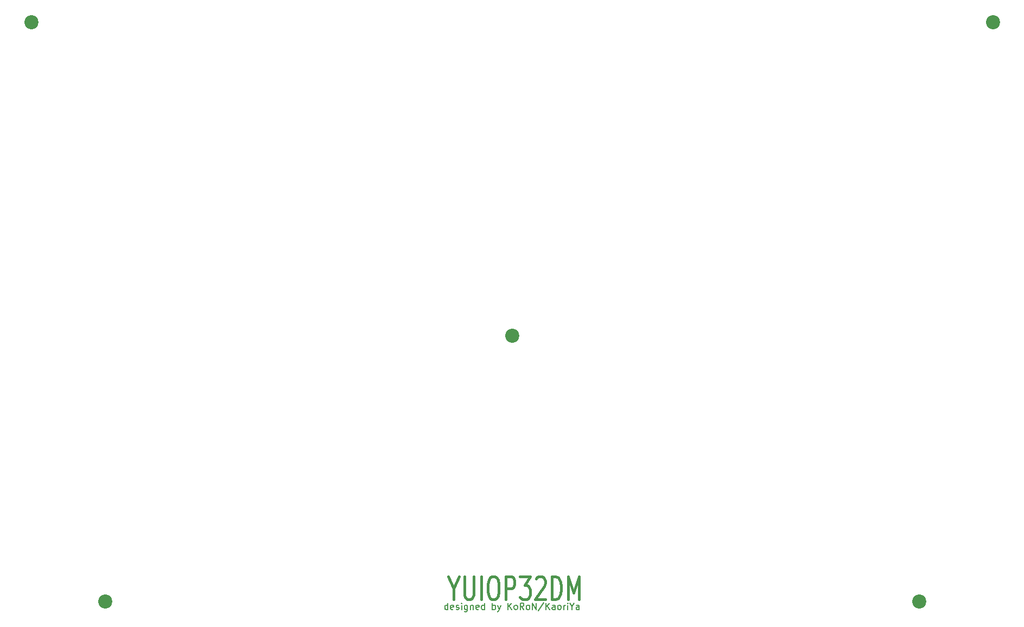
<source format=gbr>
%TF.GenerationSoftware,KiCad,Pcbnew,(6.0.1)*%
%TF.CreationDate,2022-06-19T08:52:03+09:00*%
%TF.ProjectId,yuiop32dm-topplate,7975696f-7033-4326-946d-2d746f70706c,1*%
%TF.SameCoordinates,Original*%
%TF.FileFunction,Soldermask,Top*%
%TF.FilePolarity,Negative*%
%FSLAX46Y46*%
G04 Gerber Fmt 4.6, Leading zero omitted, Abs format (unit mm)*
G04 Created by KiCad (PCBNEW (6.0.1)) date 2022-06-19 08:52:03*
%MOMM*%
%LPD*%
G01*
G04 APERTURE LIST*
%ADD10C,0.400000*%
%ADD11C,0.150000*%
%ADD12C,2.200000*%
G04 APERTURE END LIST*
D10*
X140876190Y-139416666D02*
X140876190Y-141083333D01*
X140042857Y-137583333D02*
X140876190Y-139416666D01*
X141709523Y-137583333D01*
X142542857Y-137583333D02*
X142542857Y-140416666D01*
X142661904Y-140750000D01*
X142780952Y-140916666D01*
X143019047Y-141083333D01*
X143495238Y-141083333D01*
X143733333Y-140916666D01*
X143852380Y-140750000D01*
X143971428Y-140416666D01*
X143971428Y-137583333D01*
X145161904Y-141083333D02*
X145161904Y-137583333D01*
X146828571Y-137583333D02*
X147304761Y-137583333D01*
X147542857Y-137750000D01*
X147780952Y-138083333D01*
X147900000Y-138750000D01*
X147900000Y-139916666D01*
X147780952Y-140583333D01*
X147542857Y-140916666D01*
X147304761Y-141083333D01*
X146828571Y-141083333D01*
X146590476Y-140916666D01*
X146352380Y-140583333D01*
X146233333Y-139916666D01*
X146233333Y-138750000D01*
X146352380Y-138083333D01*
X146590476Y-137750000D01*
X146828571Y-137583333D01*
X148971428Y-141083333D02*
X148971428Y-137583333D01*
X149923809Y-137583333D01*
X150161904Y-137750000D01*
X150280952Y-137916666D01*
X150400000Y-138250000D01*
X150400000Y-138750000D01*
X150280952Y-139083333D01*
X150161904Y-139250000D01*
X149923809Y-139416666D01*
X148971428Y-139416666D01*
X151233333Y-137583333D02*
X152780952Y-137583333D01*
X151947619Y-138916666D01*
X152304761Y-138916666D01*
X152542857Y-139083333D01*
X152661904Y-139250000D01*
X152780952Y-139583333D01*
X152780952Y-140416666D01*
X152661904Y-140750000D01*
X152542857Y-140916666D01*
X152304761Y-141083333D01*
X151590476Y-141083333D01*
X151352380Y-140916666D01*
X151233333Y-140750000D01*
X153733333Y-137916666D02*
X153852380Y-137750000D01*
X154090476Y-137583333D01*
X154685714Y-137583333D01*
X154923809Y-137750000D01*
X155042857Y-137916666D01*
X155161904Y-138250000D01*
X155161904Y-138583333D01*
X155042857Y-139083333D01*
X153614285Y-141083333D01*
X155161904Y-141083333D01*
X156233333Y-141083333D02*
X156233333Y-137583333D01*
X156828571Y-137583333D01*
X157185714Y-137750000D01*
X157423809Y-138083333D01*
X157542857Y-138416666D01*
X157661904Y-139083333D01*
X157661904Y-139583333D01*
X157542857Y-140250000D01*
X157423809Y-140583333D01*
X157185714Y-140916666D01*
X156828571Y-141083333D01*
X156233333Y-141083333D01*
X158733333Y-141083333D02*
X158733333Y-137583333D01*
X159566666Y-140083333D01*
X160400000Y-137583333D01*
X160400000Y-141083333D01*
D11*
X139976190Y-142702380D02*
X139976190Y-141702380D01*
X139976190Y-142654761D02*
X139880952Y-142702380D01*
X139690476Y-142702380D01*
X139595238Y-142654761D01*
X139547619Y-142607142D01*
X139500000Y-142511904D01*
X139500000Y-142226190D01*
X139547619Y-142130952D01*
X139595238Y-142083333D01*
X139690476Y-142035714D01*
X139880952Y-142035714D01*
X139976190Y-142083333D01*
X140833333Y-142654761D02*
X140738095Y-142702380D01*
X140547619Y-142702380D01*
X140452380Y-142654761D01*
X140404761Y-142559523D01*
X140404761Y-142178571D01*
X140452380Y-142083333D01*
X140547619Y-142035714D01*
X140738095Y-142035714D01*
X140833333Y-142083333D01*
X140880952Y-142178571D01*
X140880952Y-142273809D01*
X140404761Y-142369047D01*
X141261904Y-142654761D02*
X141357142Y-142702380D01*
X141547619Y-142702380D01*
X141642857Y-142654761D01*
X141690476Y-142559523D01*
X141690476Y-142511904D01*
X141642857Y-142416666D01*
X141547619Y-142369047D01*
X141404761Y-142369047D01*
X141309523Y-142321428D01*
X141261904Y-142226190D01*
X141261904Y-142178571D01*
X141309523Y-142083333D01*
X141404761Y-142035714D01*
X141547619Y-142035714D01*
X141642857Y-142083333D01*
X142119047Y-142702380D02*
X142119047Y-142035714D01*
X142119047Y-141702380D02*
X142071428Y-141750000D01*
X142119047Y-141797619D01*
X142166666Y-141750000D01*
X142119047Y-141702380D01*
X142119047Y-141797619D01*
X143023809Y-142035714D02*
X143023809Y-142845238D01*
X142976190Y-142940476D01*
X142928571Y-142988095D01*
X142833333Y-143035714D01*
X142690476Y-143035714D01*
X142595238Y-142988095D01*
X143023809Y-142654761D02*
X142928571Y-142702380D01*
X142738095Y-142702380D01*
X142642857Y-142654761D01*
X142595238Y-142607142D01*
X142547619Y-142511904D01*
X142547619Y-142226190D01*
X142595238Y-142130952D01*
X142642857Y-142083333D01*
X142738095Y-142035714D01*
X142928571Y-142035714D01*
X143023809Y-142083333D01*
X143500000Y-142035714D02*
X143500000Y-142702380D01*
X143500000Y-142130952D02*
X143547619Y-142083333D01*
X143642857Y-142035714D01*
X143785714Y-142035714D01*
X143880952Y-142083333D01*
X143928571Y-142178571D01*
X143928571Y-142702380D01*
X144785714Y-142654761D02*
X144690476Y-142702380D01*
X144500000Y-142702380D01*
X144404761Y-142654761D01*
X144357142Y-142559523D01*
X144357142Y-142178571D01*
X144404761Y-142083333D01*
X144500000Y-142035714D01*
X144690476Y-142035714D01*
X144785714Y-142083333D01*
X144833333Y-142178571D01*
X144833333Y-142273809D01*
X144357142Y-142369047D01*
X145690476Y-142702380D02*
X145690476Y-141702380D01*
X145690476Y-142654761D02*
X145595238Y-142702380D01*
X145404761Y-142702380D01*
X145309523Y-142654761D01*
X145261904Y-142607142D01*
X145214285Y-142511904D01*
X145214285Y-142226190D01*
X145261904Y-142130952D01*
X145309523Y-142083333D01*
X145404761Y-142035714D01*
X145595238Y-142035714D01*
X145690476Y-142083333D01*
X146928571Y-142702380D02*
X146928571Y-141702380D01*
X146928571Y-142083333D02*
X147023809Y-142035714D01*
X147214285Y-142035714D01*
X147309523Y-142083333D01*
X147357142Y-142130952D01*
X147404761Y-142226190D01*
X147404761Y-142511904D01*
X147357142Y-142607142D01*
X147309523Y-142654761D01*
X147214285Y-142702380D01*
X147023809Y-142702380D01*
X146928571Y-142654761D01*
X147738095Y-142035714D02*
X147976190Y-142702380D01*
X148214285Y-142035714D02*
X147976190Y-142702380D01*
X147880952Y-142940476D01*
X147833333Y-142988095D01*
X147738095Y-143035714D01*
X149357142Y-142702380D02*
X149357142Y-141702380D01*
X149928571Y-142702380D02*
X149500000Y-142130952D01*
X149928571Y-141702380D02*
X149357142Y-142273809D01*
X150500000Y-142702380D02*
X150404761Y-142654761D01*
X150357142Y-142607142D01*
X150309523Y-142511904D01*
X150309523Y-142226190D01*
X150357142Y-142130952D01*
X150404761Y-142083333D01*
X150500000Y-142035714D01*
X150642857Y-142035714D01*
X150738095Y-142083333D01*
X150785714Y-142130952D01*
X150833333Y-142226190D01*
X150833333Y-142511904D01*
X150785714Y-142607142D01*
X150738095Y-142654761D01*
X150642857Y-142702380D01*
X150500000Y-142702380D01*
X151833333Y-142702380D02*
X151500000Y-142226190D01*
X151261904Y-142702380D02*
X151261904Y-141702380D01*
X151642857Y-141702380D01*
X151738095Y-141750000D01*
X151785714Y-141797619D01*
X151833333Y-141892857D01*
X151833333Y-142035714D01*
X151785714Y-142130952D01*
X151738095Y-142178571D01*
X151642857Y-142226190D01*
X151261904Y-142226190D01*
X152404761Y-142702380D02*
X152309523Y-142654761D01*
X152261904Y-142607142D01*
X152214285Y-142511904D01*
X152214285Y-142226190D01*
X152261904Y-142130952D01*
X152309523Y-142083333D01*
X152404761Y-142035714D01*
X152547619Y-142035714D01*
X152642857Y-142083333D01*
X152690476Y-142130952D01*
X152738095Y-142226190D01*
X152738095Y-142511904D01*
X152690476Y-142607142D01*
X152642857Y-142654761D01*
X152547619Y-142702380D01*
X152404761Y-142702380D01*
X153166666Y-142702380D02*
X153166666Y-141702380D01*
X153738095Y-142702380D01*
X153738095Y-141702380D01*
X154928571Y-141654761D02*
X154071428Y-142940476D01*
X155261904Y-142702380D02*
X155261904Y-141702380D01*
X155833333Y-142702380D02*
X155404761Y-142130952D01*
X155833333Y-141702380D02*
X155261904Y-142273809D01*
X156690476Y-142702380D02*
X156690476Y-142178571D01*
X156642857Y-142083333D01*
X156547619Y-142035714D01*
X156357142Y-142035714D01*
X156261904Y-142083333D01*
X156690476Y-142654761D02*
X156595238Y-142702380D01*
X156357142Y-142702380D01*
X156261904Y-142654761D01*
X156214285Y-142559523D01*
X156214285Y-142464285D01*
X156261904Y-142369047D01*
X156357142Y-142321428D01*
X156595238Y-142321428D01*
X156690476Y-142273809D01*
X157309523Y-142702380D02*
X157214285Y-142654761D01*
X157166666Y-142607142D01*
X157119047Y-142511904D01*
X157119047Y-142226190D01*
X157166666Y-142130952D01*
X157214285Y-142083333D01*
X157309523Y-142035714D01*
X157452380Y-142035714D01*
X157547619Y-142083333D01*
X157595238Y-142130952D01*
X157642857Y-142226190D01*
X157642857Y-142511904D01*
X157595238Y-142607142D01*
X157547619Y-142654761D01*
X157452380Y-142702380D01*
X157309523Y-142702380D01*
X158071428Y-142702380D02*
X158071428Y-142035714D01*
X158071428Y-142226190D02*
X158119047Y-142130952D01*
X158166666Y-142083333D01*
X158261904Y-142035714D01*
X158357142Y-142035714D01*
X158690476Y-142702380D02*
X158690476Y-142035714D01*
X158690476Y-141702380D02*
X158642857Y-141750000D01*
X158690476Y-141797619D01*
X158738095Y-141750000D01*
X158690476Y-141702380D01*
X158690476Y-141797619D01*
X159357142Y-142226190D02*
X159357142Y-142702380D01*
X159023809Y-141702380D02*
X159357142Y-142226190D01*
X159690476Y-141702380D01*
X160452380Y-142702380D02*
X160452380Y-142178571D01*
X160404761Y-142083333D01*
X160309523Y-142035714D01*
X160119047Y-142035714D01*
X160023809Y-142083333D01*
X160452380Y-142654761D02*
X160357142Y-142702380D01*
X160119047Y-142702380D01*
X160023809Y-142654761D01*
X159976190Y-142559523D01*
X159976190Y-142464285D01*
X160023809Y-142369047D01*
X160119047Y-142321428D01*
X160357142Y-142321428D01*
X160452380Y-142273809D01*
D12*
%TO.C,H4*%
X213500000Y-141500000D03*
%TD*%
%TO.C,H1*%
X75000000Y-51000000D03*
%TD*%
%TO.C,H5*%
X150000000Y-100000000D03*
%TD*%
%TO.C,H3*%
X86500000Y-141500000D03*
%TD*%
%TO.C,H2*%
X225000000Y-51000000D03*
%TD*%
M02*

</source>
